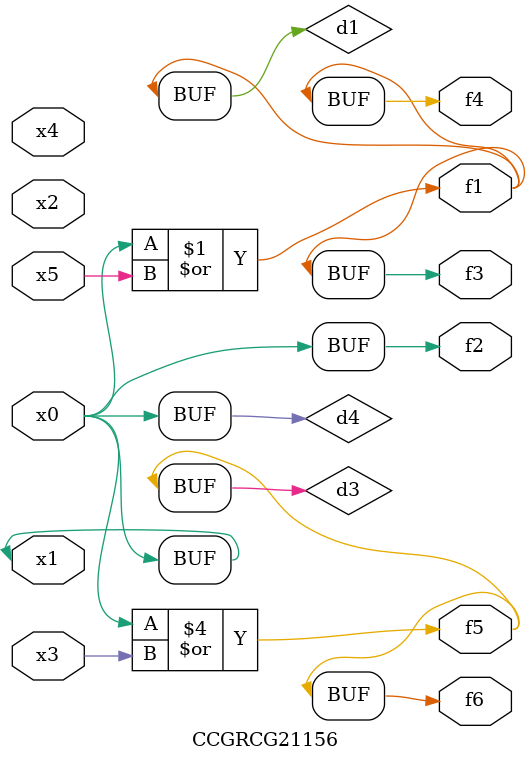
<source format=v>
module CCGRCG21156(
	input x0, x1, x2, x3, x4, x5,
	output f1, f2, f3, f4, f5, f6
);

	wire d1, d2, d3, d4;

	or (d1, x0, x5);
	xnor (d2, x1, x4);
	or (d3, x0, x3);
	buf (d4, x0, x1);
	assign f1 = d1;
	assign f2 = d4;
	assign f3 = d1;
	assign f4 = d1;
	assign f5 = d3;
	assign f6 = d3;
endmodule

</source>
